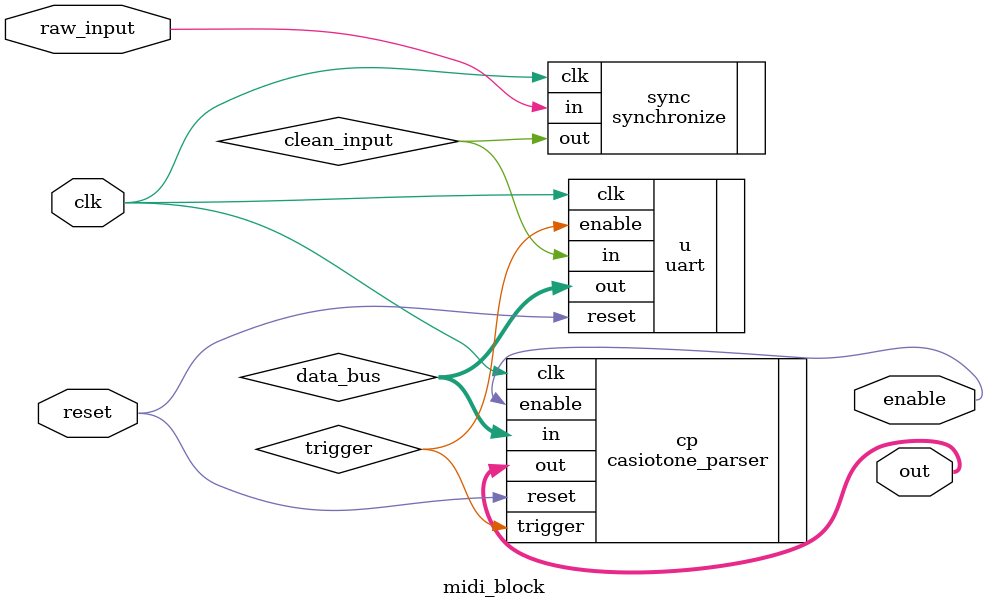
<source format=v>
`timescale 1ns / 1ps
module midi_block(
    input raw_input,
    input clk,
    input reset,
    output enable,
    output [7:0] out
    );

	wire clean_input;
	wire trigger;
	wire [7:0] data_bus;
	
	synchronize sync (.clk(clk),.in(raw_input),.out(clean_input));
	uart u (.clk(clk),.reset(reset),.in(clean_input),
				.enable(trigger),.out(data_bus));
	casiotone_parser cp (.clk(clk),.reset(reset),.in(data_bus),
								.trigger(trigger),.enable(enable),.out(out));

endmodule

</source>
